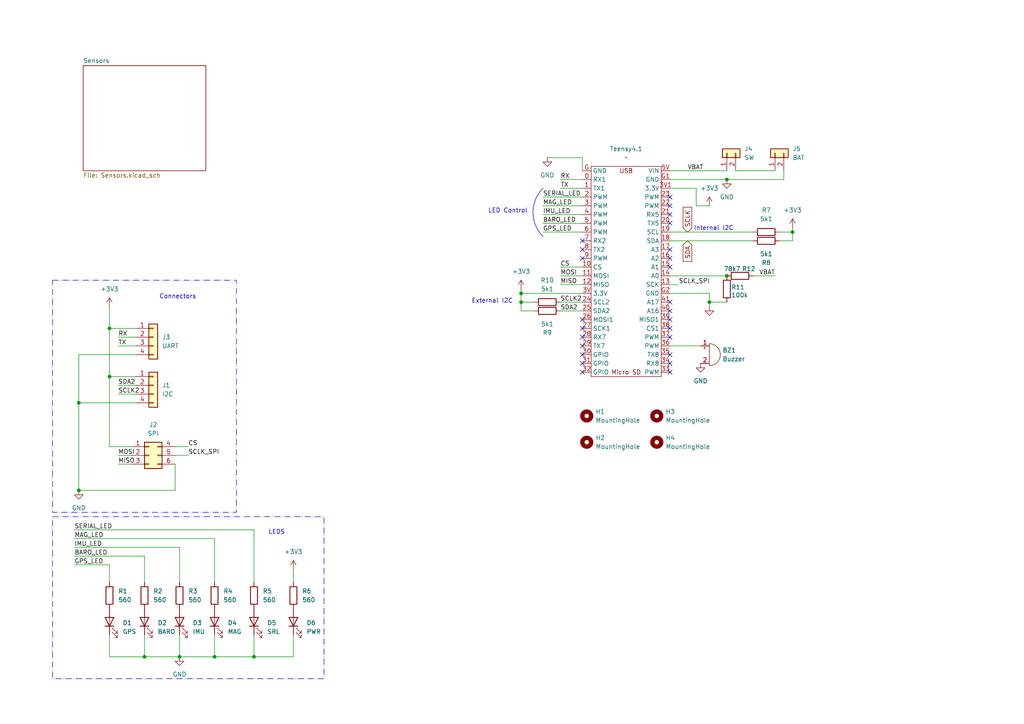
<source format=kicad_sch>
(kicad_sch (version 20250114) (generator "eeschema") (generator_version "9.0")
  (paper "A4")
  (lib_symbols
    (symbol "Connector_Generic:Conn_01x02" (pin_names (offset 1.016) (hide yes))
      (property "Reference" "J" (at 0 2.54 0))
      (property "Value" "Conn_01x02" (at 0 -5.08 0))
      (symbol "Conn_01x02_1_1"
        (rectangle (start -1.27 1.27) (end 1.27 -3.81) (stroke (width 0.254)) (fill (type background)))
        (rectangle (start -1.27 0.127) (end 0 -0.127) (stroke (width 0.1524)))
        (rectangle (start -1.27 -2.413) (end 0 -2.667) (stroke (width 0.1524)))
        (pin passive line (at -5.08 0 0) (length 3.81) (name "Pin_1") (number "1"))
        (pin passive line (at -5.08 -2.54 0) (length 3.81) (name "Pin_2") (number "2"))
      )
    )
    (symbol "Connector_Generic:Conn_01x04" (pin_names (offset 1.016) (hide yes))
      (property "Reference" "J" (at 0 5.08 0))
      (property "Value" "Conn_01x04" (at 0 -7.62 0))
      (symbol "Conn_01x04_1_1"
        (rectangle (start -1.27 3.81) (end 1.27 -6.35) (stroke (width 0.254)) (fill (type background)))
        (rectangle (start -1.27 2.667) (end 0 2.413) (stroke (width 0.1524)))
        (rectangle (start -1.27 0.127) (end 0 -0.127) (stroke (width 0.1524)))
        (rectangle (start -1.27 -2.413) (end 0 -2.667) (stroke (width 0.1524)))
        (rectangle (start -1.27 -4.953) (end 0 -5.207) (stroke (width 0.1524)))
        (pin passive line (at -5.08 2.54 0) (length 3.81) (name "Pin_1") (number "1"))
        (pin passive line (at -5.08 0 0) (length 3.81) (name "Pin_2") (number "2"))
        (pin passive line (at -5.08 -2.54 0) (length 3.81) (name "Pin_3") (number "3"))
        (pin passive line (at -5.08 -5.08 0) (length 3.81) (name "Pin_4") (number "4"))
      )
    )
    (symbol "Connector_Generic:Conn_02x03_Top_Bottom" (pin_names (offset 1.016) (hide yes))
      (property "Reference" "J" (at 1.27 5.08 0))
      (property "Value" "Conn_02x03_Top_Bottom" (at 1.27 -5.08 0))
      (symbol "Conn_02x03_Top_Bottom_1_1"
        (rectangle (start -1.27 3.81) (end 3.81 -3.81) (stroke (width 0.254)) (fill (type background)))
        (rectangle (start -1.27 2.667) (end 0 2.413) (stroke (width 0.1524)))
        (rectangle (start -1.27 0.127) (end 0 -0.127) (stroke (width 0.1524)))
        (rectangle (start -1.27 -2.413) (end 0 -2.667) (stroke (width 0.1524)))
        (rectangle (start 3.81 2.667) (end 2.54 2.413) (stroke (width 0.1524)))
        (rectangle (start 3.81 0.127) (end 2.54 -0.127) (stroke (width 0.1524)))
        (rectangle (start 3.81 -2.413) (end 2.54 -2.667) (stroke (width 0.1524)))
        (pin passive line (at -5.08 2.54 0) (length 3.81) (name "Pin_1") (number "1"))
        (pin passive line (at -5.08 0 0) (length 3.81) (name "Pin_2") (number "2"))
        (pin passive line (at -5.08 -2.54 0) (length 3.81) (name "Pin_3") (number "3"))
        (pin passive line (at 7.62 2.54 180) (length 3.81) (name "Pin_4") (number "4"))
        (pin passive line (at 7.62 0 180) (length 3.81) (name "Pin_5") (number "5"))
        (pin passive line (at 7.62 -2.54 180) (length 3.81) (name "Pin_6") (number "6"))
      )
    )
    (symbol "Device:Buzzer" (pin_names (offset 0.0254) (hide yes))
      (property "Reference" "BZ" (at 3.81 1.27 0))
      (property "Value" "Buzzer" (at 3.81 -1.27 0))
      (symbol "Buzzer_0_1"
        (polyline (pts (xy -1.651 1.905) (xy -1.143 1.905)))
        (polyline (pts (xy -1.397 2.159) (xy -1.397 1.651)))
        (arc (start 0 3.175) (mid 3.1612 0) (end 0 -3.175))
        (polyline (pts (xy 0 3.175) (xy 0 -3.175)))
      )
      (symbol "Buzzer_1_1"
        (pin passive line (at -2.54 2.54 0) (length 2.54) (name "+") (number "1"))
        (pin passive line (at -2.54 -2.54 0) (length 2.54) (name "-") (number "2"))
      )
    )
    (symbol "Device:LED" (pin_numbers (hide yes)) (pin_names (offset 1.016) (hide yes))
      (property "Reference" "D" (at 0 2.54 0))
      (property "Value" "LED" (at 0 -2.54 0))
      (symbol "LED_0_1"
        (polyline (pts (xy -3.048 -0.762) (xy -4.572 -2.286) (xy -3.81 -2.286) (xy -4.572 -2.286) (xy -4.572 -1.524)))
        (polyline (pts (xy -1.778 -0.762) (xy -3.302 -2.286) (xy -2.54 -2.286) (xy -3.302 -2.286) (xy -3.302 -1.524)))
        (polyline (pts (xy -1.27 0) (xy 1.27 0)))
        (polyline (pts (xy -1.27 -1.27) (xy -1.27 1.27)) (stroke (width 0.254)))
        (polyline (pts (xy 1.27 -1.27) (xy 1.27 1.27) (xy -1.27 0) (xy 1.27 -1.27)) (stroke (width 0.254)))
      )
      (symbol "LED_1_1"
        (pin passive line (at -3.81 0 0) (length 2.54) (name "K") (number "1"))
        (pin passive line (at 3.81 0 180) (length 2.54) (name "A") (number "2"))
      )
    )
    (symbol "Device:R" (pin_numbers (hide yes)) (pin_names (offset 0))
      (property "Reference" "R" (at 2.032 0 90))
      (property "Value" "R" (at 0 0 90))
      (symbol "R_0_1"
        (rectangle (start -1.016 -2.54) (end 1.016 2.54) (stroke (width 0.254)))
      )
      (symbol "R_1_1"
        (pin passive line (at 0 3.81 270) (length 1.27) (name "~") (number "1"))
        (pin passive line (at 0 -3.81 90) (length 1.27) (name "~") (number "2"))
      )
    )
    (symbol "Mechanical:MountingHole" (pin_names (offset 1.016)) (in_bom no)
      (property "Reference" "H" (at 0 5.08 0))
      (property "Value" "MountingHole" (at 0 3.175 0))
      (symbol "MountingHole_0_1"
        (circle (center 0 0) (radius 1.27) (stroke (width 1.27)))
      )
    )
    (symbol "Teensy:Teensy4.1"
      (property "Reference" "Teensy4.1" (at 0 0 90))
      (symbol "Teensy4.1_0_1"
        (rectangle (start -10.16 30.48) (end 10.16 -30.48))
      )
      (symbol "Teensy4.1_1_1"
        (text "USB" (at 0 29.21 0) (effects (font (size 1.27 1.27))))
        (text "Micro SD" (at 0 -29.21 0) (effects (font (size 1.27 1.27))))
        (pin input line (at -12.7 29.21 0) (length 2.54) (name "GND") (number "G"))
        (pin input line (at -12.7 26.67 0) (length 2.54) (name "RX1") (number "0"))
        (pin input line (at -12.7 24.13 0) (length 2.54) (name "TX1") (number "1"))
        (pin input line (at -12.7 21.59 0) (length 2.54) (name "PWM") (number "2"))
        (pin input line (at -12.7 19.05 0) (length 2.54) (name "PWM") (number "3"))
        (pin input line (at -12.7 16.51 0) (length 2.54) (name "PWM") (number "4"))
        (pin input line (at -12.7 13.97 0) (length 2.54) (name "PWM") (number "5"))
        (pin input line (at -12.7 11.43 0) (length 2.54) (name "PWM") (number "6"))
        (pin input line (at -12.7 8.89 0) (length 2.54) (name "RX2") (number "7"))
        (pin input line (at -12.7 6.35 0) (length 2.54) (name "TX2") (number "8"))
        (pin input line (at -12.7 3.81 0) (length 2.54) (name "PWM") (number "9"))
        (pin input line (at -12.7 1.27 0) (length 2.54) (name "CS") (number "10"))
        (pin input line (at -12.7 -1.27 0) (length 2.54) (name "MOSI") (number "11"))
        (pin input line (at -12.7 -3.81 0) (length 2.54) (name "MISO") (number "12"))
        (pin input line (at -12.7 -6.35 0) (length 2.54) (name "3.3V") (number "3V"))
        (pin input line (at -12.7 -8.89 0) (length 2.54) (name "SCL2") (number "24"))
        (pin input line (at -12.7 -11.43 0) (length 2.54) (name "SDA2") (number "25"))
        (pin input line (at -12.7 -13.97 0) (length 2.54) (name "MOSI1") (number "26"))
        (pin input line (at -12.7 -16.51 0) (length 2.54) (name "SCK1") (number "27"))
        (pin input line (at -12.7 -19.05 0) (length 2.54) (name "RX7") (number "28"))
        (pin input line (at -12.7 -21.59 0) (length 2.54) (name "TX7") (number "29"))
        (pin input line (at -12.7 -24.13 0) (length 2.54) (name "GPIO") (number "30"))
        (pin input line (at -12.7 -26.67 0) (length 2.54) (name "GPIO") (number "31"))
        (pin input line (at -12.7 -29.21 0) (length 2.54) (name "GPIO") (number "32"))
        (pin input line (at 12.7 29.21 180) (length 2.54) (name "VIN") (number "5V"))
        (pin input line (at 12.7 26.67 180) (length 2.54) (name "GND") (number "G1"))
        (pin input line (at 12.7 24.13 180) (length 2.54) (name "3.3V") (number "3V1"))
        (pin input line (at 12.7 21.59 180) (length 2.54) (name "PWM") (number "23"))
        (pin input line (at 12.7 19.05 180) (length 2.54) (name "PWM") (number "22"))
        (pin input line (at 12.7 16.51 180) (length 2.54) (name "RX5") (number "21"))
        (pin input line (at 12.7 13.97 180) (length 2.54) (name "TX5") (number "20"))
        (pin input line (at 12.7 11.43 180) (length 2.54) (name "SCL") (number "19"))
        (pin input line (at 12.7 8.89 180) (length 2.54) (name "SDA") (number "18"))
        (pin input line (at 12.7 6.35 180) (length 2.54) (name "A3") (number "17"))
        (pin input line (at 12.7 3.81 180) (length 2.54) (name "A2") (number "16"))
        (pin input line (at 12.7 1.27 180) (length 2.54) (name "A1") (number "15"))
        (pin input line (at 12.7 -1.27 180) (length 2.54) (name "A0") (number "14"))
        (pin input line (at 12.7 -3.81 180) (length 2.54) (name "SCK") (number "13"))
        (pin input line (at 12.7 -6.35 180) (length 2.54) (name "GND") (number "G2"))
        (pin input line (at 12.7 -8.89 180) (length 2.54) (name "A17") (number "41"))
        (pin input line (at 12.7 -11.43 180) (length 2.54) (name "A16") (number "40"))
        (pin input line (at 12.7 -13.97 180) (length 2.54) (name "MISO1") (number "39"))
        (pin input line (at 12.7 -16.51 180) (length 2.54) (name "CS1") (number "38"))
        (pin input line (at 12.7 -19.05 180) (length 2.54) (name "PWM") (number "37"))
        (pin input line (at 12.7 -21.59 180) (length 2.54) (name "PWM") (number "36"))
        (pin input line (at 12.7 -24.13 180) (length 2.54) (name "TX8") (number "35"))
        (pin input line (at 12.7 -26.67 180) (length 2.54) (name "RX8") (number "34"))
        (pin input line (at 12.7 -29.21 180) (length 2.54) (name "PWM") (number "33"))
      )
    )
    (symbol "power:+3V3" (power) (pin_numbers (hide yes)) (pin_names (offset 0) (hide yes))
      (property "Value" "+3V3" (at 0 3.556 0))
      (symbol "+3V3_0_1"
        (polyline (pts (xy -0.762 1.27) (xy 0 2.54)))
        (polyline (pts (xy 0 2.54) (xy 0.762 1.27)))
        (polyline (pts (xy 0 0) (xy 0 2.54)))
      )
      (symbol "+3V3_1_1"
        (pin power_in line (at 0 0 90) (length 0) (name "~") (number "1"))
      )
    )
    (symbol "power:GND" (power) (pin_numbers (hide yes)) (pin_names (offset 0) (hide yes))
      (property "Value" "GND" (at 0 -3.81 0))
      (symbol "GND_0_1"
        (polyline (pts (xy 0 0) (xy 0 -1.27) (xy 1.27 -1.27) (xy 0 -2.54) (xy -1.27 -1.27) (xy 0 -1.27)))
      )
      (symbol "GND_1_1"
        (pin power_in line (at 0 0 270) (length 0) (name "~") (number "1"))
      )
    )
  )
  (arc (start 157.48 68.58) (mid 154.5868 61.595) (end 157.48 54.61))
  (rectangle (start 15.24 81.28) (end 68.58 148.59) (stroke (width 0) (type dash_dot)))
  (rectangle (start 15.24 149.86) (end 93.98 196.85) (stroke (width 0) (type dash_dot)))
  (text "Connectors\n" (at 51.562 86.106 0) (effects (font (size 1.27 1.27))))
  (text "External I2C\n" (at 142.748 87.376 0) (effects (font (size 1.27 1.27))))
  (text "Internal I2C" (at 207.01 66.294 0) (effects (font (size 1.27 1.27))))
  (text "LEDS\n" (at 80.264 154.432 0) (effects (font (size 1.27 1.27))))
  (text "LED Control" (at 147.32 61.214 0) (effects (font (size 1.27 1.27))))
  (junction (at 31.75 109.22))
  (junction (at 41.91 190.5))
  (junction (at 210.82 52.07))
  (junction (at 52.07 190.5))
  (junction (at 229.87 67.31))
  (junction (at 151.13 87.63))
  (junction (at 22.86 142.24))
  (junction (at 210.82 80.01))
  (junction (at 73.66 190.5))
  (junction (at 151.13 85.09))
  (junction (at 62.23 190.5))
  (junction (at 22.86 116.84))
  (junction (at 31.75 95.25))
  (junction (at 205.74 87.63))
  (no_connect (at 168.91 105.41))
  (no_connect (at 194.31 74.93))
  (no_connect (at 194.31 57.15))
  (no_connect (at 194.31 77.47))
  (no_connect (at 168.91 72.39))
  (no_connect (at 194.31 105.41))
  (no_connect (at 194.31 95.25))
  (no_connect (at 168.91 95.25))
  (no_connect (at 194.31 90.17))
  (no_connect (at 194.31 72.39))
  (no_connect (at 168.91 102.87))
  (no_connect (at 194.31 92.71))
  (no_connect (at 194.31 97.79))
  (no_connect (at 194.31 59.69))
  (no_connect (at 168.91 69.85))
  (no_connect (at 168.91 92.71))
  (no_connect (at 194.31 64.77))
  (no_connect (at 168.91 100.33))
  (no_connect (at 168.91 107.95))
  (no_connect (at 194.31 107.95))
  (no_connect (at 168.91 97.79))
  (no_connect (at 194.31 102.87))
  (no_connect (at 194.31 62.23))
  (no_connect (at 194.31 87.63))
  (no_connect (at 168.91 74.93))
  (wire (pts (xy 31.75 168.91) (xy 31.75 163.83)))
  (wire (pts (xy 41.91 190.5) (xy 52.07 190.5)))
  (wire (pts (xy 201.93 59.69) (xy 205.74 59.69)))
  (wire (pts (xy 194.31 85.09) (xy 205.74 85.09)))
  (wire (pts (xy 194.31 54.61) (xy 201.93 54.61)))
  (wire (pts (xy 194.31 80.01) (xy 210.82 80.01)))
  (wire (pts (xy 226.06 67.31) (xy 229.87 67.31)))
  (wire (pts (xy 154.94 90.17) (xy 151.13 90.17)))
  (wire (pts (xy 162.56 80.01) (xy 168.91 80.01)))
  (wire (pts (xy 194.31 67.31) (xy 218.44 67.31)))
  (wire (pts (xy 151.13 83.82) (xy 151.13 85.09)))
  (wire (pts (xy 227.33 52.07) (xy 227.33 49.53)))
  (wire (pts (xy 205.74 87.63) (xy 210.82 87.63)))
  (wire (pts (xy 194.31 49.53) (xy 210.82 49.53)))
  (wire (pts (xy 31.75 95.25) (xy 39.37 95.25)))
  (wire (pts (xy 194.31 82.55) (xy 196.85 82.55)))
  (wire (pts (xy 213.36 49.53) (xy 224.79 49.53)))
  (wire (pts (xy 21.59 156.21) (xy 62.23 156.21)))
  (wire (pts (xy 50.8 142.24) (xy 22.86 142.24)))
  (wire (pts (xy 224.79 80.01) (xy 218.44 80.01)))
  (wire (pts (xy 162.56 52.07) (xy 168.91 52.07)))
  (wire (pts (xy 52.07 168.91) (xy 52.07 158.75)))
  (wire (pts (xy 194.31 52.07) (xy 210.82 52.07)))
  (wire (pts (xy 194.31 69.85) (xy 218.44 69.85)))
  (wire (pts (xy 73.66 184.15) (xy 73.66 190.5)))
  (wire (pts (xy 157.48 62.23) (xy 168.91 62.23)))
  (wire (pts (xy 157.48 64.77) (xy 168.91 64.77)))
  (wire (pts (xy 157.48 57.15) (xy 168.91 57.15)))
  (wire (pts (xy 205.74 85.09) (xy 205.74 87.63)))
  (wire (pts (xy 34.29 132.08) (xy 38.1 132.08)))
  (wire (pts (xy 162.56 82.55) (xy 168.91 82.55)))
  (wire (pts (xy 210.82 52.07) (xy 227.33 52.07)))
  (wire (pts (xy 229.87 67.31) (xy 229.87 66.04)))
  (wire (pts (xy 205.74 87.63) (xy 205.74 88.9)))
  (wire (pts (xy 151.13 85.09) (xy 168.91 85.09)))
  (wire (pts (xy 62.23 168.91) (xy 62.23 156.21)))
  (wire (pts (xy 73.66 190.5) (xy 62.23 190.5)))
  (wire (pts (xy 34.29 134.62) (xy 38.1 134.62)))
  (wire (pts (xy 162.56 77.47) (xy 168.91 77.47)))
  (wire (pts (xy 85.09 165.1) (xy 85.09 168.91)))
  (wire (pts (xy 22.86 102.87) (xy 22.86 116.84)))
  (wire (pts (xy 34.29 111.76) (xy 39.37 111.76)))
  (wire (pts (xy 41.91 168.91) (xy 41.91 161.29)))
  (wire (pts (xy 151.13 85.09) (xy 151.13 87.63)))
  (wire (pts (xy 38.1 129.54) (xy 31.75 129.54)))
  (wire (pts (xy 50.8 129.54) (xy 54.61 129.54)))
  (wire (pts (xy 31.75 184.15) (xy 31.75 190.5)))
  (wire (pts (xy 41.91 184.15) (xy 41.91 190.5)))
  (wire (pts (xy 34.29 114.3) (xy 39.37 114.3)))
  (wire (pts (xy 73.66 153.67) (xy 73.66 168.91)))
  (wire (pts (xy 50.8 132.08) (xy 54.61 132.08)))
  (wire (pts (xy 34.29 100.33) (xy 39.37 100.33)))
  (wire (pts (xy 85.09 184.15) (xy 85.09 190.5)))
  (wire (pts (xy 157.48 59.69) (xy 168.91 59.69)))
  (wire (pts (xy 31.75 190.5) (xy 41.91 190.5)))
  (wire (pts (xy 62.23 184.15) (xy 62.23 190.5)))
  (wire (pts (xy 162.56 90.17) (xy 168.91 90.17)))
  (wire (pts (xy 73.66 190.5) (xy 85.09 190.5)))
  (wire (pts (xy 39.37 109.22) (xy 31.75 109.22)))
  (wire (pts (xy 50.8 134.62) (xy 50.8 142.24)))
  (wire (pts (xy 31.75 95.25) (xy 31.75 88.9)))
  (wire (pts (xy 21.59 163.83) (xy 31.75 163.83)))
  (wire (pts (xy 31.75 109.22) (xy 31.75 95.25)))
  (wire (pts (xy 151.13 87.63) (xy 151.13 90.17)))
  (wire (pts (xy 34.29 97.79) (xy 39.37 97.79)))
  (wire (pts (xy 226.06 69.85) (xy 229.87 69.85)))
  (wire (pts (xy 154.94 87.63) (xy 151.13 87.63)))
  (wire (pts (xy 22.86 116.84) (xy 22.86 142.24)))
  (wire (pts (xy 162.56 87.63) (xy 168.91 87.63)))
  (wire (pts (xy 21.59 161.29) (xy 41.91 161.29)))
  (wire (pts (xy 168.91 45.72) (xy 168.91 49.53)))
  (wire (pts (xy 31.75 129.54) (xy 31.75 109.22)))
  (wire (pts (xy 52.07 184.15) (xy 52.07 190.5)))
  (wire (pts (xy 21.59 153.67) (xy 73.66 153.67)))
  (wire (pts (xy 157.48 67.31) (xy 168.91 67.31)))
  (wire (pts (xy 21.59 158.75) (xy 52.07 158.75)))
  (wire (pts (xy 62.23 190.5) (xy 52.07 190.5)))
  (wire (pts (xy 229.87 69.85) (xy 229.87 67.31)))
  (wire (pts (xy 39.37 102.87) (xy 22.86 102.87)))
  (wire (pts (xy 39.37 116.84) (xy 22.86 116.84)))
  (wire (pts (xy 194.31 100.33) (xy 203.2 100.33)))
  (wire (pts (xy 158.75 45.72) (xy 168.91 45.72)))
  (wire (pts (xy 162.56 54.61) (xy 168.91 54.61)))
  (wire (pts (xy 201.93 54.61) (xy 201.93 59.69)))
  (label "SCLK2" (at 162.56 87.63 0))
  (label "VBAT" (at 199.39 49.53 0))
  (label "SCLK2" (at 34.29 114.3 0))
  (label "MISO" (at 34.29 134.62 0))
  (label "SERIAL_LED" (at 157.48 57.15 0))
  (label "GPS_LED" (at 21.59 163.83 0))
  (label "BARO_LED" (at 157.48 64.77 0))
  (label "SCLK_SPI" (at 196.85 82.55 0))
  (label "SCLK_SPI" (at 54.61 132.08 0))
  (label "SERIAL_LED" (at 21.59 153.67 0))
  (label "TX" (at 162.56 54.61 0))
  (label "CS" (at 54.61 129.54 0))
  (label "VBAT" (at 224.79 80.01 180))
  (label "GPS_LED" (at 157.48 67.31 0))
  (label "MAG_LED" (at 157.48 59.69 0))
  (label "MOSI" (at 34.29 132.08 0))
  (label "MAG_LED" (at 21.59 156.21 0))
  (label "CS" (at 162.56 77.47 0))
  (label "MOSI" (at 162.56 80.01 0))
  (label "SDA2" (at 162.56 90.17 0))
  (label "RX" (at 162.56 52.07 0))
  (label "MISO" (at 162.56 82.55 0))
  (label "TX" (at 34.29 100.33 0))
  (label "IMU_LED" (at 21.59 158.75 0))
  (label "RX" (at 34.29 97.79 0))
  (label "SDA2" (at 34.29 111.76 0))
  (label "BARO_LED" (at 21.59 161.29 0))
  (label "IMU_LED" (at 157.48 62.23 0))
  (global_label "SCLK" (shape input) (at 199.39 67.31 90) (property "Intersheetrefs" "${INTERSHEET_REFS}" (effects (hide yes))))
  (global_label "SDA" (shape input) (at 199.39 69.85 270) (property "Intersheetrefs" "${INTERSHEET_REFS}" (effects (hide yes))))
  (symbol (lib_id "Device:R") (at 62.23 172.72 0) (unit 1)
    (property "Reference" "R4" (at 64.77 171.4499 0) (effects (justify left)))
    (property "Value" "560" (at 64.77 173.9899 0) (effects (justify left)))
    (property "Footprint" "Resistor_SMD:R_0603_1608Metric" (effects (hide yes)))
    (property "Description" "Resistor" (effects (hide yes)))
  )
  (symbol (lib_id "Device:LED") (at 52.07 180.34 90) (unit 1)
    (property "Reference" "D3" (at 55.88 180.6574 90) (effects (justify right)))
    (property "Value" "IMU" (at 55.88 183.1974 90) (effects (justify right)))
    (property "Footprint" "LED_SMD:LED_0805_2012Metric" (effects (hide yes)))
    (property "Description" "Light emitting diode" (effects (hide yes)))
    (property "Sim.Pins" "1=K 2=A" (effects (hide yes)))
  )
  (symbol (lib_id "Device:R") (at 158.75 87.63 270) (unit 1)
    (property "Reference" "R10" (at 158.75 81.28 90))
    (property "Value" "5k1" (at 158.75 83.82 90))
    (property "Footprint" "Resistor_SMD:R_0603_1608Metric" (effects (hide yes)))
    (property "Description" "Resistor" (effects (hide yes)))
  )
  (symbol (lib_id "Mechanical:MountingHole") (at 170.18 128.27 0) (unit 1) (in_bom no)
    (property "Reference" "H2" (at 172.72 126.9999 0) (effects (justify left)))
    (property "Value" "MountingHole" (at 172.72 129.5399 0) (effects (justify left)))
    (property "Footprint" "MountingHole:MountingHole_2.1mm" (effects (hide yes)))
    (property "Description" "Mounting Hole without connection" (effects (hide yes)))
  )
  (symbol (lib_id "Device:Buzzer") (at 205.74 102.87 0) (unit 1)
    (property "Reference" "BZ1" (at 209.55 101.5999 0) (effects (justify left)))
    (property "Value" "Buzzer" (at 209.55 104.1399 0) (effects (justify left)))
    (property "Footprint" "Teensy:Adafruit_Buzzer" (effects (hide yes)))
    (property "Description" "Buzzer, polarized" (effects (hide yes)))
  )
  (symbol (lib_id "Mechanical:MountingHole") (at 170.18 120.65 0) (unit 1) (in_bom no)
    (property "Reference" "H1" (at 172.72 119.3799 0) (effects (justify left)))
    (property "Value" "MountingHole" (at 172.72 121.9199 0) (effects (justify left)))
    (property "Footprint" "MountingHole:MountingHole_2.1mm" (effects (hide yes)))
    (property "Description" "Mounting Hole without connection" (effects (hide yes)))
  )
  (symbol (lib_id "Mechanical:MountingHole") (at 190.5 128.27 0) (unit 1) (in_bom no)
    (property "Reference" "H4" (at 193.04 126.9999 0) (effects (justify left)))
    (property "Value" "MountingHole" (at 193.04 129.5399 0) (effects (justify left)))
    (property "Footprint" "MountingHole:MountingHole_2.1mm" (effects (hide yes)))
    (property "Description" "Mounting Hole without connection" (effects (hide yes)))
  )
  (symbol (lib_id "Mechanical:MountingHole") (at 190.5 120.65 0) (unit 1) (in_bom no)
    (property "Reference" "H3" (at 193.04 119.3799 0) (effects (justify left)))
    (property "Value" "MountingHole" (at 193.04 121.9199 0) (effects (justify left)))
    (property "Footprint" "MountingHole:MountingHole_2.1mm" (effects (hide yes)))
    (property "Description" "Mounting Hole without connection" (effects (hide yes)))
  )
  (symbol (lib_id "Device:R") (at 222.25 69.85 90) (unit 1)
    (property "Reference" "R8" (at 222.25 76.2 90))
    (property "Value" "5k1" (at 222.25 73.66 90))
    (property "Footprint" "Resistor_SMD:R_0603_1608Metric" (effects (hide yes)))
    (property "Description" "Resistor" (effects (hide yes)))
  )
  (symbol (lib_id "power:GND") (at 22.86 142.24 0) (unit 1)
    (property "Reference" "#PWR010" (effects (hide yes)))
    (property "Value" "GND" (at 22.86 147.32 0))
    (property "Description" "Power symbol creates a global label with name \"GND\" , ground" (effects (hide yes)))
  )
  (symbol (lib_id "Connector_Generic:Conn_01x04") (at 44.45 97.79 0) (unit 1)
    (property "Reference" "J3" (at 46.99 97.7899 0) (effects (justify left)))
    (property "Value" "UART" (at 46.99 100.3299 0) (effects (justify left)))
    (property "Footprint" "Connector_JST:JST_XH_B4B-XH-A_1x04_P2.50mm_Vertical" (effects (hide yes)))
    (property "Description" "Generic connector, single row, 01x04, script generated (kicad-library-utils/schlib/autogen/connector/)" (effects (hide yes)))
  )
  (symbol (lib_id "Device:R") (at 214.63 80.01 90) (unit 1)
    (property "Reference" "R12" (at 217.17 77.978 90))
    (property "Value" "78k7" (at 212.344 77.978 90))
    (property "Footprint" "Resistor_SMD:R_0603_1608Metric" (effects (hide yes)))
    (property "Description" "Resistor" (effects (hide yes)))
  )
  (symbol (lib_id "Device:LED") (at 73.66 180.34 90) (unit 1)
    (property "Reference" "D5" (at 77.47 180.6574 90) (effects (justify right)))
    (property "Value" "SRL" (at 77.47 183.1974 90) (effects (justify right)))
    (property "Footprint" "LED_SMD:LED_0805_2012Metric" (effects (hide yes)))
    (property "Description" "Light emitting diode" (effects (hide yes)))
    (property "Sim.Pins" "1=K 2=A" (effects (hide yes)))
  )
  (symbol (lib_id "power:+3V3") (at 85.09 165.1 0) (unit 1)
    (property "Reference" "#PWR015" (effects (hide yes)))
    (property "Value" "+3V3" (at 85.09 160.02 0))
    (property "Description" "Power symbol creates a global label with name \"+3V3\"" (effects (hide yes)))
  )
  (symbol (lib_id "Device:R") (at 41.91 172.72 0) (unit 1)
    (property "Reference" "R2" (at 44.45 171.4499 0) (effects (justify left)))
    (property "Value" "560" (at 44.45 173.9899 0) (effects (justify left)))
    (property "Footprint" "Resistor_SMD:R_0603_1608Metric" (effects (hide yes)))
    (property "Description" "Resistor" (effects (hide yes)))
  )
  (symbol (lib_id "Device:R") (at 222.25 67.31 90) (unit 1)
    (property "Reference" "R7" (at 222.25 60.96 90))
    (property "Value" "5k1" (at 222.25 63.5 90))
    (property "Footprint" "Resistor_SMD:R_0603_1608Metric" (effects (hide yes)))
    (property "Description" "Resistor" (effects (hide yes)))
  )
  (symbol (lib_id "power:+3V3") (at 151.13 83.82 0) (unit 1)
    (property "Reference" "#PWR018" (effects (hide yes)))
    (property "Value" "+3V3" (at 151.13 78.74 0))
    (property "Description" "Power symbol creates a global label with name \"+3V3\"" (effects (hide yes)))
  )
  (symbol (lib_id "power:+3V3") (at 205.74 59.69 0) (unit 1)
    (property "Reference" "#PWR01" (effects (hide yes)))
    (property "Value" "+3V3" (at 205.74 54.61 0))
    (property "Description" "Power symbol creates a global label with name \"+3V3\"" (effects (hide yes)))
  )
  (symbol (lib_id "Connector_Generic:Conn_01x02") (at 210.82 44.45 90) (unit 1)
    (property "Reference" "J4" (at 215.9 43.1799 90) (effects (justify right)))
    (property "Value" "SW" (at 215.9 45.7199 90) (effects (justify right)))
    (property "Footprint" "Connector_JST:JST_XH_B2B-XH-A_1x02_P2.50mm_Vertical" (effects (hide yes)))
    (property "Description" "Generic connector, single row, 01x02, script generated (kicad-library-utils/schlib/autogen/connector/)" (effects (hide yes)))
  )
  (symbol (lib_id "Device:LED") (at 85.09 180.34 90) (unit 1)
    (property "Reference" "D6" (at 88.9 180.6574 90) (effects (justify right)))
    (property "Value" "PWR" (at 88.9 183.1974 90) (effects (justify right)))
    (property "Footprint" "LED_SMD:LED_0805_2012Metric" (effects (hide yes)))
    (property "Description" "Light emitting diode" (effects (hide yes)))
    (property "Sim.Pins" "1=K 2=A" (effects (hide yes)))
  )
  (symbol (lib_id "power:GND") (at 210.82 52.07 0) (unit 1)
    (property "Reference" "#PWR02" (effects (hide yes)))
    (property "Value" "GND" (at 210.82 57.15 0))
    (property "Description" "Power symbol creates a global label with name \"GND\" , ground" (effects (hide yes)))
  )
  (symbol (lib_id "power:GND") (at 203.2 105.41 0) (unit 1)
    (property "Reference" "#PWR020" (effects (hide yes)))
    (property "Value" "GND" (at 203.2 110.49 0))
    (property "Description" "Power symbol creates a global label with name \"GND\" , ground" (effects (hide yes)))
  )
  (symbol (lib_id "Device:R") (at 158.75 90.17 270) (unit 1)
    (property "Reference" "R9" (at 158.75 96.52 90))
    (property "Value" "5k1" (at 158.75 93.98 90))
    (property "Footprint" "Resistor_SMD:R_0603_1608Metric" (effects (hide yes)))
    (property "Description" "Resistor" (effects (hide yes)))
  )
  (symbol (lib_id "Device:R") (at 73.66 172.72 0) (unit 1)
    (property "Reference" "R5" (at 76.2 171.4499 0) (effects (justify left)))
    (property "Value" "560" (at 76.2 173.9899 0) (effects (justify left)))
    (property "Footprint" "Resistor_SMD:R_0603_1608Metric" (effects (hide yes)))
    (property "Description" "Resistor" (effects (hide yes)))
  )
  (symbol (lib_id "Connector_Generic:Conn_02x03_Top_Bottom") (at 43.18 132.08 0) (unit 1)
    (property "Reference" "J2" (at 44.45 123.19 0))
    (property "Value" "SPI" (at 44.45 125.73 0))
    (property "Footprint" "Connector_JST:JST_XH_B6B-XH-AM_1x06_P2.50mm_Vertical" (effects (hide yes)))
    (property "Description" "Generic connector, double row, 02x03, top/bottom pin numbering scheme (row 1: 1...pins_per_row, row2: pins_per_row+1 ... num_pins), script generated (kicad-library-utils/schlib/autogen/connector/)" (effects (hide yes)))
  )
  (symbol (lib_id "power:GND") (at 205.74 88.9 0) (unit 1)
    (property "Reference" "#PWR021" (effects (hide yes)))
    (property "Value" "GND" (effects (hide yes)))
    (property "Description" "Power symbol creates a global label with name \"GND\" , ground" (effects (hide yes)))
  )
  (symbol (lib_id "Device:LED") (at 62.23 180.34 90) (unit 1)
    (property "Reference" "D4" (at 66.04 180.6574 90) (effects (justify right)))
    (property "Value" "MAG" (at 66.04 183.1974 90) (effects (justify right)))
    (property "Footprint" "LED_SMD:LED_0805_2012Metric" (effects (hide yes)))
    (property "Description" "Light emitting diode" (effects (hide yes)))
    (property "Sim.Pins" "1=K 2=A" (effects (hide yes)))
  )
  (symbol (lib_id "power:+3V3") (at 31.75 88.9 0) (unit 1)
    (property "Reference" "#PWR011" (effects (hide yes)))
    (property "Value" "+3V3" (at 31.75 83.82 0))
    (property "Description" "Power symbol creates a global label with name \"+3V3\"" (effects (hide yes)))
  )
  (symbol (lib_id "power:GND") (at 52.07 190.5 0) (unit 1)
    (property "Reference" "#PWR08" (effects (hide yes)))
    (property "Value" "GND" (at 52.07 195.58 0))
    (property "Description" "Power symbol creates a global label with name \"GND\" , ground" (effects (hide yes)))
  )
  (symbol (lib_id "Teensy:Teensy4.1") (at 181.61 78.74 0) (unit 1)
    (property "Reference" "Teensy4.1" (at 181.61 43.18 0))
    (property "Value" "~" (at 181.61 45.72 0))
    (property "Footprint" "Teensy:teensy" (effects (hide yes)))
  )
  (symbol (lib_id "power:+3V3") (at 229.87 66.04 0) (unit 1)
    (property "Reference" "#PWR019" (effects (hide yes)))
    (property "Value" "+3V3" (at 229.87 60.96 0))
    (property "Description" "Power symbol creates a global label with name \"+3V3\"" (effects (hide yes)))
  )
  (symbol (lib_id "Device:R") (at 31.75 172.72 0) (unit 1)
    (property "Reference" "R1" (at 34.29 171.4499 0) (effects (justify left)))
    (property "Value" "560" (at 34.29 173.9899 0) (effects (justify left)))
    (property "Footprint" "Resistor_SMD:R_0603_1608Metric" (effects (hide yes)))
    (property "Description" "Resistor" (effects (hide yes)))
  )
  (symbol (lib_id "Device:LED") (at 41.91 180.34 90) (unit 1)
    (property "Reference" "D2" (at 45.72 180.6574 90) (effects (justify right)))
    (property "Value" "BARO" (at 45.72 183.1974 90) (effects (justify right)))
    (property "Footprint" "LED_SMD:LED_0805_2012Metric" (effects (hide yes)))
    (property "Description" "Light emitting diode" (effects (hide yes)))
    (property "Sim.Pins" "1=K 2=A" (effects (hide yes)))
  )
  (symbol (lib_id "Device:R") (at 85.09 172.72 0) (unit 1)
    (property "Reference" "R6" (at 87.63 171.4499 0) (effects (justify left)))
    (property "Value" "560" (at 87.63 173.9899 0) (effects (justify left)))
    (property "Footprint" "Resistor_SMD:R_0603_1608Metric" (effects (hide yes)))
    (property "Description" "Resistor" (effects (hide yes)))
  )
  (symbol (lib_id "Connector_Generic:Conn_01x02") (at 224.79 44.45 90) (unit 1)
    (property "Reference" "J5" (at 229.87 43.1799 90) (effects (justify right)))
    (property "Value" "BAT" (at 229.87 45.7199 90) (effects (justify right)))
    (property "Footprint" "Connector_JST:JST_XH_B2B-XH-A_1x02_P2.50mm_Vertical" (effects (hide yes)))
    (property "Description" "Generic connector, single row, 01x02, script generated (kicad-library-utils/schlib/autogen/connector/)" (effects (hide yes)))
  )
  (symbol (lib_id "Connector_Generic:Conn_01x04") (at 44.45 111.76 0) (unit 1)
    (property "Reference" "J1" (at 46.99 111.7599 0) (effects (justify left)))
    (property "Value" "I2C" (at 46.99 114.2999 0) (effects (justify left)))
    (property "Footprint" "Connector_JST:JST_XH_B4B-XH-A_1x04_P2.50mm_Vertical" (effects (hide yes)))
    (property "Description" "Generic connector, single row, 01x04, script generated (kicad-library-utils/schlib/autogen/connector/)" (effects (hide yes)))
  )
  (symbol (lib_id "Device:R") (at 210.82 83.82 0) (unit 1)
    (property "Reference" "R11" (at 212.09 83.312 0) (effects (justify left)))
    (property "Value" "100k" (at 212.09 85.598 0) (effects (justify left)))
    (property "Footprint" "Resistor_SMD:R_0603_1608Metric" (effects (hide yes)))
    (property "Description" "Resistor" (effects (hide yes)))
  )
  (symbol (lib_id "Device:LED") (at 31.75 180.34 90) (unit 1)
    (property "Reference" "D1" (at 35.56 180.6574 90) (effects (justify right)))
    (property "Value" "GPS" (at 35.56 183.1974 90) (effects (justify right)))
    (property "Footprint" "LED_SMD:LED_0805_2012Metric" (effects (hide yes)))
    (property "Description" "Light emitting diode" (effects (hide yes)))
    (property "Sim.Pins" "1=K 2=A" (effects (hide yes)))
  )
  (symbol (lib_id "Device:R") (at 52.07 172.72 0) (unit 1)
    (property "Reference" "R3" (at 54.61 171.4499 0) (effects (justify left)))
    (property "Value" "560" (at 54.61 173.9899 0) (effects (justify left)))
    (property "Footprint" "Resistor_SMD:R_0603_1608Metric" (effects (hide yes)))
    (property "Description" "Resistor" (effects (hide yes)))
  )
  (symbol (lib_id "power:GND") (at 158.75 45.72 0) (unit 1)
    (property "Reference" "#PWR016" (effects (hide yes)))
    (property "Value" "GND" (at 158.75 50.8 0))
    (property "Description" "Power symbol creates a global label with name \"GND\" , ground" (effects (hide yes)))
  )
  (sheet (at 24.13 19.05) (size 35.56 30.48) (stroke (width 0.1524))
    (property "Sheetname" "Sensors" (at 24.13 18.3384 0) (effects (justify left bottom)))
    (property "Sheetfile" "Sensors.kicad_sch" (at 24.13 50.1146 0) (effects (justify left top)))
  )
)
</source>
